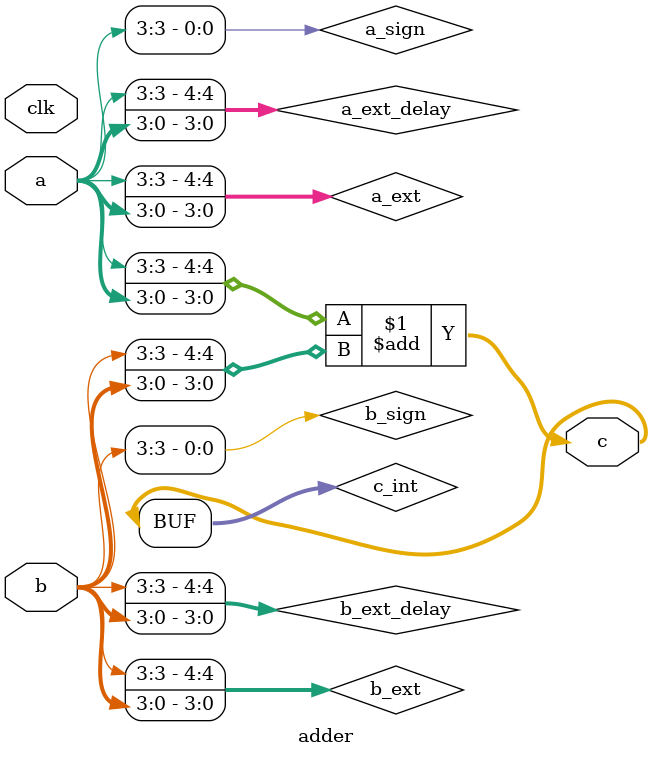
<source format=v>
`ifndef adder
`define adder

`timescale 1ns / 1ps

module adder(
    clk,
    a,
    b,
    c
    );

    parameter A_WIDTH = 4;      //width of input A
    parameter B_WIDTH = 4;      //width of input B
    parameter A_IS_SIGNED = "TRUE";
    parameter B_IS_SIGNED = "TRUE";
    parameter REGISTER_OUTPUT = "FALSE";
	 parameter REGISTER_INPUT = "FALSE";
	 parameter USE_DSP = "NO";
    
    localparam OUTPUT_WIDTH = A_WIDTH>B_WIDTH ? A_WIDTH+1 : B_WIDTH+1;
    
    input clk;
    input [A_WIDTH-1:0] a;
    input [B_WIDTH-1:0] b;
    output [OUTPUT_WIDTH-1:0] c;
    
    // sign extend the inputs
    wire a_sign = a[A_WIDTH-1];
    wire [OUTPUT_WIDTH-1:0] a_ext;
	 wire [OUTPUT_WIDTH-1:0] a_ext_delay;
    wire b_sign = b[B_WIDTH-1];
    wire [OUTPUT_WIDTH-1:0] b_ext;
	 wire [OUTPUT_WIDTH-1:0] b_ext_delay;
    generate
        if (A_IS_SIGNED == "TRUE") begin
            assign a_ext = {{(OUTPUT_WIDTH-A_WIDTH){a_sign}}, a};
        end else begin
            assign a_ext = {{(OUTPUT_WIDTH-A_WIDTH){1'b0}}, a};
        end
    endgenerate

    generate
        if (B_IS_SIGNED == "TRUE") begin
            assign b_ext = {{(OUTPUT_WIDTH-B_WIDTH){b_sign}}, b};
        end else begin
            assign b_ext = {{(OUTPUT_WIDTH-B_WIDTH){1'b0}}, b};
        end
    endgenerate
	 
	 //optional input register
    generate
        if (REGISTER_INPUT == "TRUE") begin : input_reg_gen
            delay # (
                .WIDTH(OUTPUT_WIDTH),
                .DELAY(1)
            ) add_delay [1:0](
                .clk(clk),
                .ce(1'b1),
                .din({a_ext,b_ext}),
                .dout({a_ext_delay,b_ext_delay})
            );

        end else begin
            assign a_ext_delay = a_ext;
				assign b_ext_delay = b_ext;
        end
    endgenerate
	 

    // addition circuit
    (* use_dsp48 = USE_DSP *) wire [OUTPUT_WIDTH-1:0] c_int = a_ext_delay + b_ext_delay;
    
    //optional output register
    generate
        if (REGISTER_OUTPUT == "TRUE") begin : output_reg_gen
            delay # (
                .WIDTH(OUTPUT_WIDTH),
                .DELAY(1)
            ) add_delay (
                .clk(clk),
                .ce(1'b1),
                .din(c_int),
                .dout(c)
            );

        end else begin
            assign c = c_int;
        end
    endgenerate

endmodule

`endif

</source>
